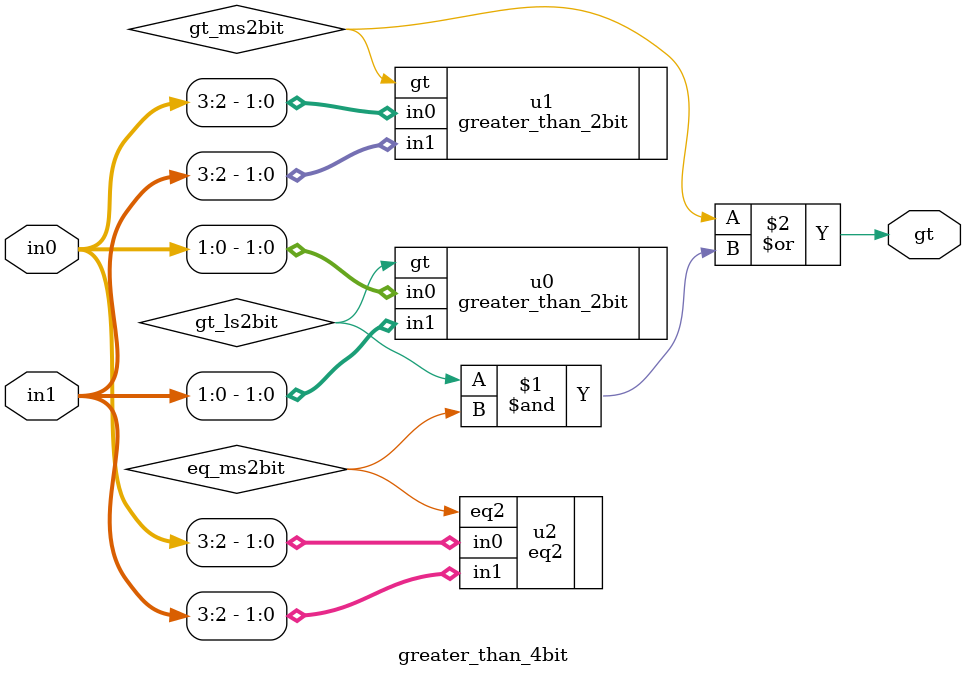
<source format=v>
`timescale 1ns / 1ps


module greater_than_4bit(
    input wire [3:0] in0, in1,
    output wire gt
    );
    
    wire gt_ms2bit, gt_ls2bit, eq_ms2bit;
    
    greater_than_2bit u0(
        .in0(in0[1:0]),
        .in1(in1[1:0]),
        .gt(gt_ls2bit)
    );
    
    greater_than_2bit u1(
        .in0(in0[3:2]),
        .in1(in1[3:2]),
        .gt(gt_ms2bit)
    );
    
    eq2 u2(
        .in0(in0[3:2]),
        .in1(in1[3:2]),
        .eq2(eq_ms2bit)
    );  
    
    assign gt = gt_ms2bit | (gt_ls2bit & eq_ms2bit);
            
endmodule

</source>
